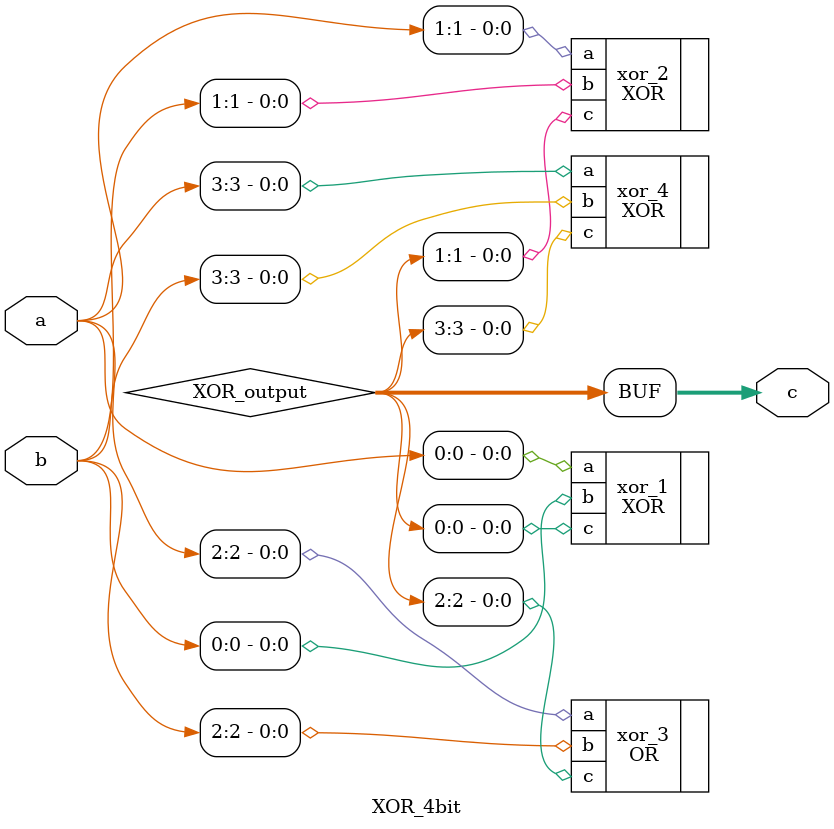
<source format=v>
`include "XOR.v"

module XOR_4bit(
	input wire [3:0] a,
	input wire [3:0] b,
	output wire [3:0] c
);

wire [3:0] XOR_output;

XOR xor_1(
	.a(a[0]),
	.b(b[0]),
	.c(XOR_output[0])
);

XOR xor_2(
	.a(a[1]),
	.b(b[1]),
	.c(XOR_output[1])
);

OR xor_3(
	.a(a[2]),
	.b(b[2]),
	.c(XOR_output[2])
);

XOR xor_4(
	.a(a[3]),
	.b(b[3]),
	.c(XOR_output[3])
);

assign c = XOR_output;

endmodule

</source>
